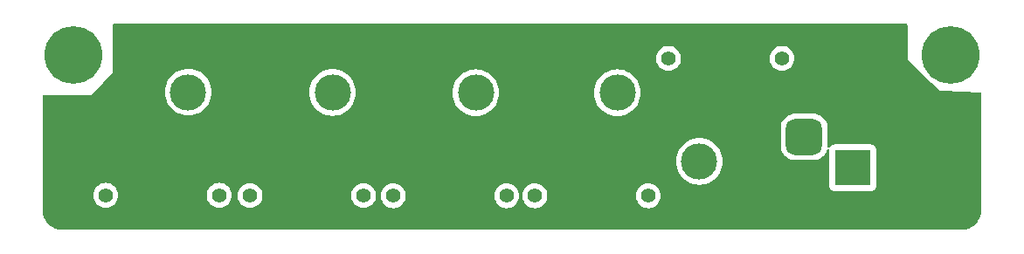
<source format=gbl>
%TF.GenerationSoftware,KiCad,Pcbnew,8.0.4-8.0.4-0~ubuntu22.04.1*%
%TF.CreationDate,2024-08-14T23:01:58+09:00*%
%TF.ProjectId,pdb,7064622e-6b69-4636-9164-5f7063625858,rev?*%
%TF.SameCoordinates,Original*%
%TF.FileFunction,Copper,L2,Bot*%
%TF.FilePolarity,Positive*%
%FSLAX46Y46*%
G04 Gerber Fmt 4.6, Leading zero omitted, Abs format (unit mm)*
G04 Created by KiCad (PCBNEW 8.0.4-8.0.4-0~ubuntu22.04.1) date 2024-08-14 23:01:58*
%MOMM*%
%LPD*%
G01*
G04 APERTURE LIST*
G04 Aperture macros list*
%AMRoundRect*
0 Rectangle with rounded corners*
0 $1 Rounding radius*
0 $2 $3 $4 $5 $6 $7 $8 $9 X,Y pos of 4 corners*
0 Add a 4 corners polygon primitive as box body*
4,1,4,$2,$3,$4,$5,$6,$7,$8,$9,$2,$3,0*
0 Add four circle primitives for the rounded corners*
1,1,$1+$1,$2,$3*
1,1,$1+$1,$4,$5*
1,1,$1+$1,$6,$7*
1,1,$1+$1,$8,$9*
0 Add four rect primitives between the rounded corners*
20,1,$1+$1,$2,$3,$4,$5,0*
20,1,$1+$1,$4,$5,$6,$7,0*
20,1,$1+$1,$6,$7,$8,$9,0*
20,1,$1+$1,$8,$9,$2,$3,0*%
G04 Aperture macros list end*
%TA.AperFunction,ComponentPad*%
%ADD10C,1.400000*%
%TD*%
%TA.AperFunction,ComponentPad*%
%ADD11R,3.500000X3.500000*%
%TD*%
%TA.AperFunction,ComponentPad*%
%ADD12C,3.500000*%
%TD*%
%TA.AperFunction,ComponentPad*%
%ADD13C,3.600000*%
%TD*%
%TA.AperFunction,ConnectorPad*%
%ADD14C,5.600000*%
%TD*%
%TA.AperFunction,ComponentPad*%
%ADD15RoundRect,0.750000X-1.000000X0.750000X-1.000000X-0.750000X1.000000X-0.750000X1.000000X0.750000X0*%
%TD*%
%TA.AperFunction,ComponentPad*%
%ADD16RoundRect,0.875000X-0.875000X0.875000X-0.875000X-0.875000X0.875000X-0.875000X0.875000X0.875000X0*%
%TD*%
G04 APERTURE END LIST*
D10*
%TO.P,J3,*%
%TO.N,*%
X132060000Y-103000000D03*
X121060000Y-103000000D03*
D11*
%TO.P,J3,1,Pin_1*%
%TO.N,GND*%
X124060000Y-93000000D03*
D12*
%TO.P,J3,2,Pin_2*%
%TO.N,+BATT*%
X129060000Y-93000000D03*
%TD*%
D13*
%TO.P,H2,1*%
%TO.N,N/C*%
X175068400Y-89306400D03*
D14*
X175068400Y-89306400D03*
%TD*%
D13*
%TO.P,H1,1*%
%TO.N,N/C*%
X90068400Y-89306400D03*
D14*
X90068400Y-89306400D03*
%TD*%
D10*
%TO.P,J4,*%
%TO.N,*%
X118180000Y-102970000D03*
X107180000Y-102970000D03*
D11*
%TO.P,J4,1,Pin_1*%
%TO.N,GND*%
X110180000Y-92970000D03*
D12*
%TO.P,J4,2,Pin_2*%
%TO.N,+BATT*%
X115180000Y-92970000D03*
%TD*%
D11*
%TO.P,J6,1*%
%TO.N,+BATT*%
X165587500Y-100275000D03*
D15*
%TO.P,J6,2*%
%TO.N,GND*%
X165587500Y-94275000D03*
D16*
%TO.P,J6,3*%
%TO.N,N/C*%
X160887500Y-97275000D03*
%TD*%
D10*
%TO.P,J1,*%
%TO.N,*%
X147730000Y-89665000D03*
X158730000Y-89665000D03*
D11*
%TO.P,J1,1,Pin_1*%
%TO.N,GND*%
X155730000Y-99665000D03*
D12*
%TO.P,J1,2,Pin_2*%
%TO.N,+BATT*%
X150730000Y-99665000D03*
%TD*%
D10*
%TO.P,J2,*%
%TO.N,*%
X145780000Y-103000000D03*
X134780000Y-103000000D03*
D11*
%TO.P,J2,1,Pin_1*%
%TO.N,GND*%
X137780000Y-93000000D03*
D12*
%TO.P,J2,2,Pin_2*%
%TO.N,+BATT*%
X142780000Y-93000000D03*
%TD*%
D10*
%TO.P,J5,*%
%TO.N,*%
X104200000Y-102940000D03*
X93200000Y-102940000D03*
D11*
%TO.P,J5,1,Pin_1*%
%TO.N,GND*%
X96200000Y-92940000D03*
D12*
%TO.P,J5,2,Pin_2*%
%TO.N,+BATT*%
X101200000Y-92940000D03*
%TD*%
%TA.AperFunction,Conductor*%
%TO.N,GND*%
G36*
X170833321Y-86326402D02*
G01*
X170879814Y-86380058D01*
X170891200Y-86432400D01*
X170891200Y-89865201D01*
X172367440Y-91224278D01*
X172386387Y-91246266D01*
X172430653Y-91311553D01*
X172430655Y-91311555D01*
X172430658Y-91311559D01*
X172505418Y-91399573D01*
X172662916Y-91584995D01*
X172923362Y-91831704D01*
X172923377Y-91831717D01*
X173208986Y-92048831D01*
X173350285Y-92133848D01*
X173354143Y-92136169D01*
X173374524Y-92151435D01*
X174091600Y-92811600D01*
X174091599Y-92811600D01*
X174298284Y-92819626D01*
X177947291Y-92961334D01*
X178014583Y-92983964D01*
X178058958Y-93039384D01*
X178068400Y-93087239D01*
X178068400Y-104305274D01*
X178068380Y-104307522D01*
X178065992Y-104441376D01*
X178064730Y-104457060D01*
X178026471Y-104723159D01*
X178022649Y-104740725D01*
X177947232Y-104997571D01*
X177940950Y-105014415D01*
X177829743Y-105257924D01*
X177821127Y-105273703D01*
X177676398Y-105498905D01*
X177665625Y-105513296D01*
X177490321Y-105715608D01*
X177477608Y-105728321D01*
X177275296Y-105903625D01*
X177260905Y-105914398D01*
X177035703Y-106059127D01*
X177019924Y-106067743D01*
X176776415Y-106178950D01*
X176759571Y-106185232D01*
X176502725Y-106260649D01*
X176485159Y-106264471D01*
X176219060Y-106302730D01*
X176203376Y-106303992D01*
X176071900Y-106306337D01*
X176069520Y-106306380D01*
X176067274Y-106306400D01*
X89069526Y-106306400D01*
X89067279Y-106306380D01*
X89064831Y-106306336D01*
X88933423Y-106303992D01*
X88917739Y-106302730D01*
X88651640Y-106264471D01*
X88634074Y-106260649D01*
X88377228Y-106185232D01*
X88360384Y-106178950D01*
X88116875Y-106067743D01*
X88101096Y-106059127D01*
X87875894Y-105914398D01*
X87861503Y-105903625D01*
X87659191Y-105728321D01*
X87646478Y-105715608D01*
X87471174Y-105513296D01*
X87460401Y-105498905D01*
X87315672Y-105273703D01*
X87307056Y-105257924D01*
X87195849Y-105014415D01*
X87189567Y-104997571D01*
X87114150Y-104740725D01*
X87110328Y-104723159D01*
X87072069Y-104457060D01*
X87070807Y-104441375D01*
X87068420Y-104307521D01*
X87068400Y-104305274D01*
X87068400Y-102940000D01*
X91986884Y-102940000D01*
X92005314Y-103150655D01*
X92021391Y-103210655D01*
X92060043Y-103354908D01*
X92060045Y-103354912D01*
X92149412Y-103546561D01*
X92270692Y-103719767D01*
X92270696Y-103719772D01*
X92270699Y-103719776D01*
X92420224Y-103869301D01*
X92420228Y-103869304D01*
X92420232Y-103869307D01*
X92593438Y-103990587D01*
X92593441Y-103990588D01*
X92593442Y-103990589D01*
X92785090Y-104079956D01*
X92989345Y-104134686D01*
X93200000Y-104153116D01*
X93410655Y-104134686D01*
X93614910Y-104079956D01*
X93806558Y-103990589D01*
X93979776Y-103869301D01*
X94129301Y-103719776D01*
X94250589Y-103546558D01*
X94339956Y-103354910D01*
X94394686Y-103150655D01*
X94413116Y-102940000D01*
X102986884Y-102940000D01*
X103005314Y-103150655D01*
X103021391Y-103210655D01*
X103060043Y-103354908D01*
X103060045Y-103354912D01*
X103149412Y-103546561D01*
X103270692Y-103719767D01*
X103270696Y-103719772D01*
X103270699Y-103719776D01*
X103420224Y-103869301D01*
X103420228Y-103869304D01*
X103420232Y-103869307D01*
X103593438Y-103990587D01*
X103593441Y-103990588D01*
X103593442Y-103990589D01*
X103785090Y-104079956D01*
X103989345Y-104134686D01*
X104200000Y-104153116D01*
X104410655Y-104134686D01*
X104614910Y-104079956D01*
X104806558Y-103990589D01*
X104979776Y-103869301D01*
X105129301Y-103719776D01*
X105250589Y-103546558D01*
X105339956Y-103354910D01*
X105394686Y-103150655D01*
X105410491Y-102970000D01*
X105966884Y-102970000D01*
X105985314Y-103180655D01*
X106014643Y-103290113D01*
X106040043Y-103384908D01*
X106040045Y-103384912D01*
X106129412Y-103576561D01*
X106250692Y-103749767D01*
X106250696Y-103749772D01*
X106250699Y-103749776D01*
X106400224Y-103899301D01*
X106400228Y-103899304D01*
X106400232Y-103899307D01*
X106573438Y-104020587D01*
X106573441Y-104020588D01*
X106573442Y-104020589D01*
X106765090Y-104109956D01*
X106969345Y-104164686D01*
X107180000Y-104183116D01*
X107390655Y-104164686D01*
X107594910Y-104109956D01*
X107786558Y-104020589D01*
X107959776Y-103899301D01*
X108109301Y-103749776D01*
X108230589Y-103576558D01*
X108319956Y-103384910D01*
X108374686Y-103180655D01*
X108393116Y-102970000D01*
X116966884Y-102970000D01*
X116985314Y-103180655D01*
X117014643Y-103290113D01*
X117040043Y-103384908D01*
X117040045Y-103384912D01*
X117129412Y-103576561D01*
X117250692Y-103749767D01*
X117250696Y-103749772D01*
X117250699Y-103749776D01*
X117400224Y-103899301D01*
X117400228Y-103899304D01*
X117400232Y-103899307D01*
X117573438Y-104020587D01*
X117573441Y-104020588D01*
X117573442Y-104020589D01*
X117765090Y-104109956D01*
X117969345Y-104164686D01*
X118180000Y-104183116D01*
X118390655Y-104164686D01*
X118594910Y-104109956D01*
X118786558Y-104020589D01*
X118959776Y-103899301D01*
X119109301Y-103749776D01*
X119230589Y-103576558D01*
X119319956Y-103384910D01*
X119374686Y-103180655D01*
X119390491Y-103000000D01*
X119846884Y-103000000D01*
X119865314Y-103210655D01*
X119894643Y-103320113D01*
X119920043Y-103414908D01*
X119920045Y-103414912D01*
X120009412Y-103606561D01*
X120130692Y-103779767D01*
X120130696Y-103779772D01*
X120130699Y-103779776D01*
X120280224Y-103929301D01*
X120280228Y-103929304D01*
X120280232Y-103929307D01*
X120453438Y-104050587D01*
X120453441Y-104050588D01*
X120453442Y-104050589D01*
X120645090Y-104139956D01*
X120849345Y-104194686D01*
X121060000Y-104213116D01*
X121270655Y-104194686D01*
X121474910Y-104139956D01*
X121666558Y-104050589D01*
X121839776Y-103929301D01*
X121989301Y-103779776D01*
X122110589Y-103606558D01*
X122199956Y-103414910D01*
X122254686Y-103210655D01*
X122273116Y-103000000D01*
X130846884Y-103000000D01*
X130865314Y-103210655D01*
X130894643Y-103320113D01*
X130920043Y-103414908D01*
X130920045Y-103414912D01*
X131009412Y-103606561D01*
X131130692Y-103779767D01*
X131130696Y-103779772D01*
X131130699Y-103779776D01*
X131280224Y-103929301D01*
X131280228Y-103929304D01*
X131280232Y-103929307D01*
X131453438Y-104050587D01*
X131453441Y-104050588D01*
X131453442Y-104050589D01*
X131645090Y-104139956D01*
X131849345Y-104194686D01*
X132060000Y-104213116D01*
X132270655Y-104194686D01*
X132474910Y-104139956D01*
X132666558Y-104050589D01*
X132839776Y-103929301D01*
X132989301Y-103779776D01*
X133110589Y-103606558D01*
X133199956Y-103414910D01*
X133254686Y-103210655D01*
X133273116Y-103000000D01*
X133566884Y-103000000D01*
X133585314Y-103210655D01*
X133614643Y-103320113D01*
X133640043Y-103414908D01*
X133640045Y-103414912D01*
X133729412Y-103606561D01*
X133850692Y-103779767D01*
X133850696Y-103779772D01*
X133850699Y-103779776D01*
X134000224Y-103929301D01*
X134000228Y-103929304D01*
X134000232Y-103929307D01*
X134173438Y-104050587D01*
X134173441Y-104050588D01*
X134173442Y-104050589D01*
X134365090Y-104139956D01*
X134569345Y-104194686D01*
X134780000Y-104213116D01*
X134990655Y-104194686D01*
X135194910Y-104139956D01*
X135386558Y-104050589D01*
X135559776Y-103929301D01*
X135709301Y-103779776D01*
X135830589Y-103606558D01*
X135919956Y-103414910D01*
X135974686Y-103210655D01*
X135993116Y-103000000D01*
X144566884Y-103000000D01*
X144585314Y-103210655D01*
X144614643Y-103320113D01*
X144640043Y-103414908D01*
X144640045Y-103414912D01*
X144729412Y-103606561D01*
X144850692Y-103779767D01*
X144850696Y-103779772D01*
X144850699Y-103779776D01*
X145000224Y-103929301D01*
X145000228Y-103929304D01*
X145000232Y-103929307D01*
X145173438Y-104050587D01*
X145173441Y-104050588D01*
X145173442Y-104050589D01*
X145365090Y-104139956D01*
X145569345Y-104194686D01*
X145780000Y-104213116D01*
X145990655Y-104194686D01*
X146194910Y-104139956D01*
X146386558Y-104050589D01*
X146559776Y-103929301D01*
X146709301Y-103779776D01*
X146830589Y-103606558D01*
X146919956Y-103414910D01*
X146974686Y-103210655D01*
X146993116Y-103000000D01*
X146974686Y-102789345D01*
X146919956Y-102585090D01*
X146830589Y-102393442D01*
X146830588Y-102393441D01*
X146830587Y-102393438D01*
X146709307Y-102220232D01*
X146709304Y-102220228D01*
X146709301Y-102220224D01*
X146559776Y-102070699D01*
X146559772Y-102070696D01*
X146559767Y-102070692D01*
X146386561Y-101949412D01*
X146194912Y-101860045D01*
X146194908Y-101860043D01*
X146082952Y-101830045D01*
X145990655Y-101805314D01*
X145780000Y-101786884D01*
X145569345Y-101805314D01*
X145514616Y-101819978D01*
X145365091Y-101860043D01*
X145365087Y-101860045D01*
X145173438Y-101949412D01*
X145000232Y-102070692D01*
X145000221Y-102070701D01*
X144850701Y-102220221D01*
X144850692Y-102220232D01*
X144729412Y-102393438D01*
X144640045Y-102585087D01*
X144640043Y-102585091D01*
X144601391Y-102729345D01*
X144585314Y-102789345D01*
X144566884Y-103000000D01*
X135993116Y-103000000D01*
X135974686Y-102789345D01*
X135919956Y-102585090D01*
X135830589Y-102393442D01*
X135830588Y-102393441D01*
X135830587Y-102393438D01*
X135709307Y-102220232D01*
X135709304Y-102220228D01*
X135709301Y-102220224D01*
X135559776Y-102070699D01*
X135559772Y-102070696D01*
X135559767Y-102070692D01*
X135386561Y-101949412D01*
X135194912Y-101860045D01*
X135194908Y-101860043D01*
X135082952Y-101830045D01*
X134990655Y-101805314D01*
X134780000Y-101786884D01*
X134569345Y-101805314D01*
X134514616Y-101819978D01*
X134365091Y-101860043D01*
X134365087Y-101860045D01*
X134173438Y-101949412D01*
X134000232Y-102070692D01*
X134000221Y-102070701D01*
X133850701Y-102220221D01*
X133850692Y-102220232D01*
X133729412Y-102393438D01*
X133640045Y-102585087D01*
X133640043Y-102585091D01*
X133601391Y-102729345D01*
X133585314Y-102789345D01*
X133566884Y-103000000D01*
X133273116Y-103000000D01*
X133254686Y-102789345D01*
X133199956Y-102585090D01*
X133110589Y-102393442D01*
X133110588Y-102393441D01*
X133110587Y-102393438D01*
X132989307Y-102220232D01*
X132989304Y-102220228D01*
X132989301Y-102220224D01*
X132839776Y-102070699D01*
X132839772Y-102070696D01*
X132839767Y-102070692D01*
X132666561Y-101949412D01*
X132474912Y-101860045D01*
X132474908Y-101860043D01*
X132362952Y-101830045D01*
X132270655Y-101805314D01*
X132060000Y-101786884D01*
X131849345Y-101805314D01*
X131794616Y-101819978D01*
X131645091Y-101860043D01*
X131645087Y-101860045D01*
X131453438Y-101949412D01*
X131280232Y-102070692D01*
X131280221Y-102070701D01*
X131130701Y-102220221D01*
X131130692Y-102220232D01*
X131009412Y-102393438D01*
X130920045Y-102585087D01*
X130920043Y-102585091D01*
X130881391Y-102729345D01*
X130865314Y-102789345D01*
X130846884Y-103000000D01*
X122273116Y-103000000D01*
X122254686Y-102789345D01*
X122199956Y-102585090D01*
X122110589Y-102393442D01*
X122110588Y-102393441D01*
X122110587Y-102393438D01*
X121989307Y-102220232D01*
X121989304Y-102220228D01*
X121989301Y-102220224D01*
X121839776Y-102070699D01*
X121839772Y-102070696D01*
X121839767Y-102070692D01*
X121666561Y-101949412D01*
X121474912Y-101860045D01*
X121474908Y-101860043D01*
X121362952Y-101830045D01*
X121270655Y-101805314D01*
X121060000Y-101786884D01*
X120849345Y-101805314D01*
X120794616Y-101819978D01*
X120645091Y-101860043D01*
X120645087Y-101860045D01*
X120453438Y-101949412D01*
X120280232Y-102070692D01*
X120280221Y-102070701D01*
X120130701Y-102220221D01*
X120130692Y-102220232D01*
X120009412Y-102393438D01*
X119920045Y-102585087D01*
X119920043Y-102585091D01*
X119881391Y-102729345D01*
X119865314Y-102789345D01*
X119846884Y-103000000D01*
X119390491Y-103000000D01*
X119393116Y-102970000D01*
X119374686Y-102759345D01*
X119319956Y-102555090D01*
X119230589Y-102363442D01*
X119230588Y-102363441D01*
X119230587Y-102363438D01*
X119109307Y-102190232D01*
X119109304Y-102190228D01*
X119109301Y-102190224D01*
X118959776Y-102040699D01*
X118959772Y-102040696D01*
X118959767Y-102040692D01*
X118786561Y-101919412D01*
X118594912Y-101830045D01*
X118594908Y-101830043D01*
X118482952Y-101800045D01*
X118390655Y-101775314D01*
X118180000Y-101756884D01*
X117969345Y-101775314D01*
X117926165Y-101786884D01*
X117765091Y-101830043D01*
X117765087Y-101830045D01*
X117573438Y-101919412D01*
X117400232Y-102040692D01*
X117400221Y-102040701D01*
X117250701Y-102190221D01*
X117250692Y-102190232D01*
X117129412Y-102363438D01*
X117040045Y-102555087D01*
X117040043Y-102555091D01*
X117032005Y-102585091D01*
X116985314Y-102759345D01*
X116966884Y-102970000D01*
X108393116Y-102970000D01*
X108374686Y-102759345D01*
X108319956Y-102555090D01*
X108230589Y-102363442D01*
X108230588Y-102363441D01*
X108230587Y-102363438D01*
X108109307Y-102190232D01*
X108109304Y-102190228D01*
X108109301Y-102190224D01*
X107959776Y-102040699D01*
X107959772Y-102040696D01*
X107959767Y-102040692D01*
X107786561Y-101919412D01*
X107594912Y-101830045D01*
X107594908Y-101830043D01*
X107482952Y-101800045D01*
X107390655Y-101775314D01*
X107180000Y-101756884D01*
X106969345Y-101775314D01*
X106926165Y-101786884D01*
X106765091Y-101830043D01*
X106765087Y-101830045D01*
X106573438Y-101919412D01*
X106400232Y-102040692D01*
X106400221Y-102040701D01*
X106250701Y-102190221D01*
X106250692Y-102190232D01*
X106129412Y-102363438D01*
X106040045Y-102555087D01*
X106040043Y-102555091D01*
X106032005Y-102585091D01*
X105985314Y-102759345D01*
X105966884Y-102970000D01*
X105410491Y-102970000D01*
X105413116Y-102940000D01*
X105394686Y-102729345D01*
X105339956Y-102525090D01*
X105250589Y-102333442D01*
X105250588Y-102333441D01*
X105250587Y-102333438D01*
X105129307Y-102160232D01*
X105129304Y-102160228D01*
X105129301Y-102160224D01*
X104979776Y-102010699D01*
X104979772Y-102010696D01*
X104979767Y-102010692D01*
X104806561Y-101889412D01*
X104642606Y-101812959D01*
X104614910Y-101800044D01*
X104614908Y-101800043D01*
X104520113Y-101774643D01*
X104410655Y-101745314D01*
X104200000Y-101726884D01*
X103989345Y-101745314D01*
X103949259Y-101756055D01*
X103785091Y-101800043D01*
X103785087Y-101800045D01*
X103593438Y-101889412D01*
X103420232Y-102010692D01*
X103420221Y-102010701D01*
X103270701Y-102160221D01*
X103270692Y-102160232D01*
X103149412Y-102333438D01*
X103060045Y-102525087D01*
X103060043Y-102525091D01*
X103019978Y-102674616D01*
X103005314Y-102729345D01*
X102986884Y-102940000D01*
X94413116Y-102940000D01*
X94394686Y-102729345D01*
X94339956Y-102525090D01*
X94250589Y-102333442D01*
X94250588Y-102333441D01*
X94250587Y-102333438D01*
X94129307Y-102160232D01*
X94129304Y-102160228D01*
X94129301Y-102160224D01*
X93979776Y-102010699D01*
X93979772Y-102010696D01*
X93979767Y-102010692D01*
X93806561Y-101889412D01*
X93642606Y-101812959D01*
X93614910Y-101800044D01*
X93614908Y-101800043D01*
X93520113Y-101774643D01*
X93410655Y-101745314D01*
X93200000Y-101726884D01*
X92989345Y-101745314D01*
X92949259Y-101756055D01*
X92785091Y-101800043D01*
X92785087Y-101800045D01*
X92593438Y-101889412D01*
X92420232Y-102010692D01*
X92420221Y-102010701D01*
X92270701Y-102160221D01*
X92270692Y-102160232D01*
X92149412Y-102333438D01*
X92060045Y-102525087D01*
X92060043Y-102525091D01*
X92019978Y-102674616D01*
X92005314Y-102729345D01*
X91986884Y-102940000D01*
X87068400Y-102940000D01*
X87068400Y-99664996D01*
X148466654Y-99664996D01*
X148466654Y-99665003D01*
X148486016Y-99960421D01*
X148486018Y-99960435D01*
X148543776Y-100250795D01*
X148543778Y-100250805D01*
X148638938Y-100531137D01*
X148638944Y-100531151D01*
X148769883Y-100796670D01*
X148934359Y-101042827D01*
X148934361Y-101042830D01*
X148934367Y-101042838D01*
X149129573Y-101265427D01*
X149352162Y-101460633D01*
X149598327Y-101625115D01*
X149863855Y-101756059D01*
X150144203Y-101851224D01*
X150434574Y-101908983D01*
X150593677Y-101919411D01*
X150729997Y-101928346D01*
X150730000Y-101928346D01*
X150730003Y-101928346D01*
X150866323Y-101919411D01*
X151025426Y-101908983D01*
X151315797Y-101851224D01*
X151596145Y-101756059D01*
X151861673Y-101625115D01*
X152107838Y-101460633D01*
X152330427Y-101265427D01*
X152525633Y-101042838D01*
X152690115Y-100796673D01*
X152821059Y-100531145D01*
X152916224Y-100250797D01*
X152973983Y-99960426D01*
X152993346Y-99665000D01*
X152973983Y-99369574D01*
X152916224Y-99079203D01*
X152821059Y-98798855D01*
X152690115Y-98533327D01*
X152568594Y-98351458D01*
X152525640Y-98287172D01*
X152525638Y-98287170D01*
X152525633Y-98287162D01*
X152330427Y-98064573D01*
X152107838Y-97869367D01*
X152107830Y-97869361D01*
X152107827Y-97869359D01*
X151861670Y-97704883D01*
X151596151Y-97573944D01*
X151596145Y-97573941D01*
X151596140Y-97573939D01*
X151596137Y-97573938D01*
X151315805Y-97478778D01*
X151315799Y-97478776D01*
X151315797Y-97478776D01*
X151218566Y-97459435D01*
X151025435Y-97421018D01*
X151025421Y-97421016D01*
X150730003Y-97401654D01*
X150729997Y-97401654D01*
X150434578Y-97421016D01*
X150434564Y-97421018D01*
X150192818Y-97469105D01*
X150144203Y-97478776D01*
X150144201Y-97478776D01*
X150144194Y-97478778D01*
X149863862Y-97573938D01*
X149863848Y-97573944D01*
X149598329Y-97704883D01*
X149352172Y-97869359D01*
X149352165Y-97869364D01*
X149352162Y-97869367D01*
X149129573Y-98064573D01*
X148934367Y-98287162D01*
X148934364Y-98287165D01*
X148934359Y-98287172D01*
X148769883Y-98533329D01*
X148638944Y-98798848D01*
X148638938Y-98798862D01*
X148543778Y-99079194D01*
X148543776Y-99079204D01*
X148486018Y-99369564D01*
X148486016Y-99369578D01*
X148466654Y-99664996D01*
X87068400Y-99664996D01*
X87068400Y-96305829D01*
X158629000Y-96305829D01*
X158629000Y-96305840D01*
X158629000Y-96305841D01*
X158629000Y-98244159D01*
X158629001Y-98244170D01*
X158631811Y-98297092D01*
X158670635Y-98497836D01*
X158676531Y-98528317D01*
X158759682Y-98748652D01*
X158759684Y-98748657D01*
X158878873Y-98951766D01*
X159030680Y-99131819D01*
X159210733Y-99283626D01*
X159413842Y-99402815D01*
X159413844Y-99402816D01*
X159413848Y-99402818D01*
X159634186Y-99485970D01*
X159865408Y-99530689D01*
X159918329Y-99533500D01*
X161856670Y-99533499D01*
X161909592Y-99530689D01*
X162140814Y-99485970D01*
X162361152Y-99402818D01*
X162564268Y-99283625D01*
X162744319Y-99131819D01*
X162896125Y-98951768D01*
X163015318Y-98748652D01*
X163085115Y-98563701D01*
X163127881Y-98507031D01*
X163194497Y-98482477D01*
X163263812Y-98497836D01*
X163313820Y-98548232D01*
X163329000Y-98608190D01*
X163329000Y-102073649D01*
X163335509Y-102134196D01*
X163335511Y-102134204D01*
X163386610Y-102271202D01*
X163386612Y-102271207D01*
X163474238Y-102388261D01*
X163591292Y-102475887D01*
X163591294Y-102475888D01*
X163591296Y-102475889D01*
X163650375Y-102497924D01*
X163728295Y-102526988D01*
X163728303Y-102526990D01*
X163788850Y-102533499D01*
X163788855Y-102533499D01*
X163788862Y-102533500D01*
X163788868Y-102533500D01*
X167386132Y-102533500D01*
X167386138Y-102533500D01*
X167386145Y-102533499D01*
X167386149Y-102533499D01*
X167446696Y-102526990D01*
X167446699Y-102526989D01*
X167446701Y-102526989D01*
X167451793Y-102525090D01*
X167465545Y-102519960D01*
X167583704Y-102475889D01*
X167700761Y-102388261D01*
X167788389Y-102271204D01*
X167839489Y-102134201D01*
X167846000Y-102073638D01*
X167846000Y-98476362D01*
X167845999Y-98476350D01*
X167839490Y-98415803D01*
X167839488Y-98415795D01*
X167795213Y-98297092D01*
X167788389Y-98278796D01*
X167788388Y-98278794D01*
X167788387Y-98278792D01*
X167700761Y-98161738D01*
X167583707Y-98074112D01*
X167583702Y-98074110D01*
X167446704Y-98023011D01*
X167446696Y-98023009D01*
X167386149Y-98016500D01*
X167386138Y-98016500D01*
X163788862Y-98016500D01*
X163788850Y-98016500D01*
X163728303Y-98023009D01*
X163728295Y-98023011D01*
X163591297Y-98074110D01*
X163591292Y-98074112D01*
X163474238Y-98161738D01*
X163386611Y-98278794D01*
X163382585Y-98286168D01*
X163332381Y-98336368D01*
X163263007Y-98351458D01*
X163196487Y-98326645D01*
X163153942Y-98269808D01*
X163145999Y-98225784D01*
X163145999Y-96305830D01*
X163143189Y-96252908D01*
X163098470Y-96021686D01*
X163015318Y-95801348D01*
X163015316Y-95801344D01*
X163015315Y-95801342D01*
X162896126Y-95598233D01*
X162744319Y-95418180D01*
X162564266Y-95266373D01*
X162361157Y-95147184D01*
X162361152Y-95147182D01*
X162140818Y-95064031D01*
X162140815Y-95064030D01*
X162140814Y-95064030D01*
X161909592Y-95019311D01*
X161856671Y-95016500D01*
X161856658Y-95016500D01*
X159918340Y-95016500D01*
X159878829Y-95018598D01*
X159865408Y-95019311D01*
X159865407Y-95019311D01*
X159804685Y-95031055D01*
X159634186Y-95064030D01*
X159634184Y-95064030D01*
X159634182Y-95064031D01*
X159413847Y-95147182D01*
X159413842Y-95147184D01*
X159210733Y-95266373D01*
X159030680Y-95418180D01*
X158878873Y-95598233D01*
X158759684Y-95801342D01*
X158759682Y-95801347D01*
X158676531Y-96021681D01*
X158676530Y-96021685D01*
X158676530Y-96021686D01*
X158631811Y-96252908D01*
X158629000Y-96305829D01*
X87068400Y-96305829D01*
X87068400Y-93351802D01*
X87088402Y-93283681D01*
X87142058Y-93237188D01*
X87195575Y-93225808D01*
X91724406Y-93268134D01*
X91795599Y-93268800D01*
X91795599Y-93268799D01*
X91795600Y-93268800D01*
X92101986Y-92939996D01*
X98936654Y-92939996D01*
X98936654Y-92940003D01*
X98956016Y-93235421D01*
X98956018Y-93235435D01*
X99013776Y-93525795D01*
X99013778Y-93525805D01*
X99108938Y-93806137D01*
X99108944Y-93806151D01*
X99239883Y-94071670D01*
X99404359Y-94317827D01*
X99404361Y-94317830D01*
X99404367Y-94317838D01*
X99599573Y-94540427D01*
X99822162Y-94735633D01*
X99822170Y-94735638D01*
X99822172Y-94735640D01*
X99911958Y-94795633D01*
X100068327Y-94900115D01*
X100333855Y-95031059D01*
X100614203Y-95126224D01*
X100904574Y-95183983D01*
X101073388Y-95195047D01*
X101199997Y-95203346D01*
X101200000Y-95203346D01*
X101200003Y-95203346D01*
X101310784Y-95196084D01*
X101495426Y-95183983D01*
X101785797Y-95126224D01*
X102066145Y-95031059D01*
X102331673Y-94900115D01*
X102577838Y-94735633D01*
X102800427Y-94540427D01*
X102995633Y-94317838D01*
X103160115Y-94071673D01*
X103291059Y-93806145D01*
X103386224Y-93525797D01*
X103443983Y-93235426D01*
X103459413Y-93000003D01*
X103461380Y-92969996D01*
X112916654Y-92969996D01*
X112916654Y-92970003D01*
X112936016Y-93265421D01*
X112936018Y-93265435D01*
X112993776Y-93555795D01*
X112993778Y-93555805D01*
X113088938Y-93836137D01*
X113088944Y-93836151D01*
X113219883Y-94101670D01*
X113384359Y-94347827D01*
X113384361Y-94347830D01*
X113384367Y-94347838D01*
X113579573Y-94570427D01*
X113802162Y-94765633D01*
X113802170Y-94765638D01*
X113802172Y-94765640D01*
X113921840Y-94845599D01*
X114048327Y-94930115D01*
X114313855Y-95061059D01*
X114594203Y-95156224D01*
X114884574Y-95213983D01*
X115053388Y-95225047D01*
X115179997Y-95233346D01*
X115180000Y-95233346D01*
X115180003Y-95233346D01*
X115290784Y-95226084D01*
X115475426Y-95213983D01*
X115765797Y-95156224D01*
X116046145Y-95061059D01*
X116311673Y-94930115D01*
X116557838Y-94765633D01*
X116780427Y-94570427D01*
X116975633Y-94347838D01*
X117140115Y-94101673D01*
X117271059Y-93836145D01*
X117366224Y-93555797D01*
X117423983Y-93265426D01*
X117441380Y-92999996D01*
X126796654Y-92999996D01*
X126796654Y-93000003D01*
X126816016Y-93295421D01*
X126816018Y-93295435D01*
X126873776Y-93585795D01*
X126873778Y-93585805D01*
X126968938Y-93866137D01*
X126968944Y-93866151D01*
X127099883Y-94131670D01*
X127264359Y-94377827D01*
X127264361Y-94377830D01*
X127264367Y-94377838D01*
X127459573Y-94600427D01*
X127682162Y-94795633D01*
X127928327Y-94960115D01*
X128193855Y-95091059D01*
X128474203Y-95186224D01*
X128764574Y-95243983D01*
X128933388Y-95255047D01*
X129059997Y-95263346D01*
X129060000Y-95263346D01*
X129060003Y-95263346D01*
X129170784Y-95256084D01*
X129355426Y-95243983D01*
X129645797Y-95186224D01*
X129926145Y-95091059D01*
X130191673Y-94960115D01*
X130437838Y-94795633D01*
X130660427Y-94600427D01*
X130855633Y-94377838D01*
X131020115Y-94131673D01*
X131151059Y-93866145D01*
X131246224Y-93585797D01*
X131303983Y-93295426D01*
X131323346Y-93000000D01*
X131323346Y-92999996D01*
X140516654Y-92999996D01*
X140516654Y-93000003D01*
X140536016Y-93295421D01*
X140536018Y-93295435D01*
X140593776Y-93585795D01*
X140593778Y-93585805D01*
X140688938Y-93866137D01*
X140688944Y-93866151D01*
X140819883Y-94131670D01*
X140984359Y-94377827D01*
X140984361Y-94377830D01*
X140984367Y-94377838D01*
X141179573Y-94600427D01*
X141402162Y-94795633D01*
X141648327Y-94960115D01*
X141913855Y-95091059D01*
X142194203Y-95186224D01*
X142484574Y-95243983D01*
X142653388Y-95255047D01*
X142779997Y-95263346D01*
X142780000Y-95263346D01*
X142780003Y-95263346D01*
X142890784Y-95256084D01*
X143075426Y-95243983D01*
X143365797Y-95186224D01*
X143646145Y-95091059D01*
X143911673Y-94960115D01*
X144157838Y-94795633D01*
X144380427Y-94600427D01*
X144575633Y-94377838D01*
X144740115Y-94131673D01*
X144871059Y-93866145D01*
X144966224Y-93585797D01*
X145023983Y-93295426D01*
X145043346Y-93000000D01*
X145041379Y-92969996D01*
X145023983Y-92704578D01*
X145023983Y-92704574D01*
X144966224Y-92414203D01*
X144871059Y-92133855D01*
X144740115Y-91868327D01*
X144575633Y-91622162D01*
X144380427Y-91399573D01*
X144157838Y-91204367D01*
X144157830Y-91204361D01*
X144157827Y-91204359D01*
X143911670Y-91039883D01*
X143646151Y-90908944D01*
X143646145Y-90908941D01*
X143646140Y-90908939D01*
X143646137Y-90908938D01*
X143365805Y-90813778D01*
X143365799Y-90813776D01*
X143365797Y-90813776D01*
X143268566Y-90794435D01*
X143075435Y-90756018D01*
X143075421Y-90756016D01*
X142780003Y-90736654D01*
X142779997Y-90736654D01*
X142484578Y-90756016D01*
X142484564Y-90756018D01*
X142242818Y-90804105D01*
X142194203Y-90813776D01*
X142194201Y-90813776D01*
X142194194Y-90813778D01*
X141913862Y-90908938D01*
X141913848Y-90908944D01*
X141648329Y-91039883D01*
X141402172Y-91204359D01*
X141402165Y-91204364D01*
X141402162Y-91204367D01*
X141179573Y-91399573D01*
X140984367Y-91622162D01*
X140984364Y-91622165D01*
X140984359Y-91622172D01*
X140819883Y-91868329D01*
X140688944Y-92133848D01*
X140688938Y-92133862D01*
X140593778Y-92414194D01*
X140593776Y-92414204D01*
X140536018Y-92704564D01*
X140536016Y-92704578D01*
X140516654Y-92999996D01*
X131323346Y-92999996D01*
X131321379Y-92969996D01*
X131303983Y-92704578D01*
X131303983Y-92704574D01*
X131246224Y-92414203D01*
X131151059Y-92133855D01*
X131020115Y-91868327D01*
X130855633Y-91622162D01*
X130660427Y-91399573D01*
X130437838Y-91204367D01*
X130437830Y-91204361D01*
X130437827Y-91204359D01*
X130191670Y-91039883D01*
X129926151Y-90908944D01*
X129926145Y-90908941D01*
X129926140Y-90908939D01*
X129926137Y-90908938D01*
X129645805Y-90813778D01*
X129645799Y-90813776D01*
X129645797Y-90813776D01*
X129548566Y-90794435D01*
X129355435Y-90756018D01*
X129355421Y-90756016D01*
X129060003Y-90736654D01*
X129059997Y-90736654D01*
X128764578Y-90756016D01*
X128764564Y-90756018D01*
X128522818Y-90804105D01*
X128474203Y-90813776D01*
X128474201Y-90813776D01*
X128474194Y-90813778D01*
X128193862Y-90908938D01*
X128193848Y-90908944D01*
X127928329Y-91039883D01*
X127682172Y-91204359D01*
X127682165Y-91204364D01*
X127682162Y-91204367D01*
X127459573Y-91399573D01*
X127264367Y-91622162D01*
X127264364Y-91622165D01*
X127264359Y-91622172D01*
X127099883Y-91868329D01*
X126968944Y-92133848D01*
X126968938Y-92133862D01*
X126873778Y-92414194D01*
X126873776Y-92414204D01*
X126816018Y-92704564D01*
X126816016Y-92704578D01*
X126796654Y-92999996D01*
X117441380Y-92999996D01*
X117443346Y-92970000D01*
X117441379Y-92939996D01*
X117432964Y-92811600D01*
X117423983Y-92674574D01*
X117366224Y-92384203D01*
X117271059Y-92103855D01*
X117140115Y-91838327D01*
X116995685Y-91622172D01*
X116975640Y-91592172D01*
X116975638Y-91592170D01*
X116975633Y-91592162D01*
X116780427Y-91369573D01*
X116557838Y-91174367D01*
X116557830Y-91174361D01*
X116557827Y-91174359D01*
X116311670Y-91009883D01*
X116046151Y-90878944D01*
X116046145Y-90878941D01*
X116046140Y-90878939D01*
X116046137Y-90878938D01*
X115765805Y-90783778D01*
X115765799Y-90783776D01*
X115765797Y-90783776D01*
X115626240Y-90756016D01*
X115475435Y-90726018D01*
X115475421Y-90726016D01*
X115180003Y-90706654D01*
X115179997Y-90706654D01*
X114884578Y-90726016D01*
X114884564Y-90726018D01*
X114642818Y-90774105D01*
X114594203Y-90783776D01*
X114594201Y-90783776D01*
X114594194Y-90783778D01*
X114313862Y-90878938D01*
X114313848Y-90878944D01*
X114048329Y-91009883D01*
X113802172Y-91174359D01*
X113802165Y-91174364D01*
X113802162Y-91174367D01*
X113579573Y-91369573D01*
X113384367Y-91592162D01*
X113384364Y-91592165D01*
X113384359Y-91592172D01*
X113219883Y-91838329D01*
X113088944Y-92103848D01*
X113088938Y-92103862D01*
X112993778Y-92384194D01*
X112993776Y-92384204D01*
X112936018Y-92674564D01*
X112936016Y-92674578D01*
X112916654Y-92969996D01*
X103461380Y-92969996D01*
X103463346Y-92940003D01*
X103463346Y-92939996D01*
X103447916Y-92704578D01*
X103443983Y-92644574D01*
X103386224Y-92354203D01*
X103291059Y-92073855D01*
X103160115Y-91808327D01*
X103075599Y-91681840D01*
X102995640Y-91562172D01*
X102995638Y-91562170D01*
X102995633Y-91562162D01*
X102800427Y-91339573D01*
X102577838Y-91144367D01*
X102577830Y-91144361D01*
X102577827Y-91144359D01*
X102331670Y-90979883D01*
X102066151Y-90848944D01*
X102066145Y-90848941D01*
X102066140Y-90848939D01*
X102066137Y-90848938D01*
X101785805Y-90753778D01*
X101785799Y-90753776D01*
X101785797Y-90753776D01*
X101646240Y-90726016D01*
X101495435Y-90696018D01*
X101495421Y-90696016D01*
X101200003Y-90676654D01*
X101199997Y-90676654D01*
X100904578Y-90696016D01*
X100904564Y-90696018D01*
X100662818Y-90744105D01*
X100614203Y-90753776D01*
X100614201Y-90753776D01*
X100614194Y-90753778D01*
X100333862Y-90848938D01*
X100333848Y-90848944D01*
X100068329Y-90979883D01*
X99822172Y-91144359D01*
X99822165Y-91144364D01*
X99822162Y-91144367D01*
X99599573Y-91339573D01*
X99404367Y-91562162D01*
X99404364Y-91562165D01*
X99404359Y-91562172D01*
X99239883Y-91808329D01*
X99108944Y-92073848D01*
X99108938Y-92073862D01*
X99013778Y-92354194D01*
X99013776Y-92354204D01*
X98956018Y-92644564D01*
X98956016Y-92644578D01*
X98936654Y-92939996D01*
X92101986Y-92939996D01*
X93878400Y-91033600D01*
X93878400Y-89665000D01*
X146516884Y-89665000D01*
X146535314Y-89875655D01*
X146564643Y-89985113D01*
X146590043Y-90079908D01*
X146590045Y-90079912D01*
X146679412Y-90271561D01*
X146800692Y-90444767D01*
X146800696Y-90444772D01*
X146800699Y-90444776D01*
X146950224Y-90594301D01*
X146950228Y-90594304D01*
X146950232Y-90594307D01*
X147123438Y-90715587D01*
X147123441Y-90715588D01*
X147123442Y-90715589D01*
X147315090Y-90804956D01*
X147519345Y-90859686D01*
X147730000Y-90878116D01*
X147940655Y-90859686D01*
X148144910Y-90804956D01*
X148336558Y-90715589D01*
X148509776Y-90594301D01*
X148659301Y-90444776D01*
X148780589Y-90271558D01*
X148869956Y-90079910D01*
X148924686Y-89875655D01*
X148943116Y-89665000D01*
X157516884Y-89665000D01*
X157535314Y-89875655D01*
X157564643Y-89985113D01*
X157590043Y-90079908D01*
X157590045Y-90079912D01*
X157679412Y-90271561D01*
X157800692Y-90444767D01*
X157800696Y-90444772D01*
X157800699Y-90444776D01*
X157950224Y-90594301D01*
X157950228Y-90594304D01*
X157950232Y-90594307D01*
X158123438Y-90715587D01*
X158123441Y-90715588D01*
X158123442Y-90715589D01*
X158315090Y-90804956D01*
X158519345Y-90859686D01*
X158730000Y-90878116D01*
X158940655Y-90859686D01*
X159144910Y-90804956D01*
X159336558Y-90715589D01*
X159509776Y-90594301D01*
X159659301Y-90444776D01*
X159780589Y-90271558D01*
X159869956Y-90079910D01*
X159924686Y-89875655D01*
X159943116Y-89665000D01*
X159924686Y-89454345D01*
X159869956Y-89250090D01*
X159780589Y-89058442D01*
X159780588Y-89058441D01*
X159780587Y-89058438D01*
X159659307Y-88885232D01*
X159659304Y-88885228D01*
X159659301Y-88885224D01*
X159509776Y-88735699D01*
X159509772Y-88735696D01*
X159509767Y-88735692D01*
X159336561Y-88614412D01*
X159144912Y-88525045D01*
X159144908Y-88525043D01*
X159050113Y-88499643D01*
X158940655Y-88470314D01*
X158730000Y-88451884D01*
X158519345Y-88470314D01*
X158464616Y-88484978D01*
X158315091Y-88525043D01*
X158315087Y-88525045D01*
X158123438Y-88614412D01*
X157950232Y-88735692D01*
X157950221Y-88735701D01*
X157800701Y-88885221D01*
X157800692Y-88885232D01*
X157679412Y-89058438D01*
X157590045Y-89250087D01*
X157590043Y-89250091D01*
X157549978Y-89399616D01*
X157535314Y-89454345D01*
X157516884Y-89665000D01*
X148943116Y-89665000D01*
X148924686Y-89454345D01*
X148869956Y-89250090D01*
X148780589Y-89058442D01*
X148780588Y-89058441D01*
X148780587Y-89058438D01*
X148659307Y-88885232D01*
X148659304Y-88885228D01*
X148659301Y-88885224D01*
X148509776Y-88735699D01*
X148509772Y-88735696D01*
X148509767Y-88735692D01*
X148336561Y-88614412D01*
X148144912Y-88525045D01*
X148144908Y-88525043D01*
X148050113Y-88499643D01*
X147940655Y-88470314D01*
X147730000Y-88451884D01*
X147519345Y-88470314D01*
X147464616Y-88484978D01*
X147315091Y-88525043D01*
X147315087Y-88525045D01*
X147123438Y-88614412D01*
X146950232Y-88735692D01*
X146950221Y-88735701D01*
X146800701Y-88885221D01*
X146800692Y-88885232D01*
X146679412Y-89058438D01*
X146590045Y-89250087D01*
X146590043Y-89250091D01*
X146549978Y-89399616D01*
X146535314Y-89454345D01*
X146516884Y-89665000D01*
X93878400Y-89665000D01*
X93878400Y-86432400D01*
X93898402Y-86364279D01*
X93952058Y-86317786D01*
X94004400Y-86306400D01*
X170765200Y-86306400D01*
X170833321Y-86326402D01*
G37*
%TD.AperFunction*%
%TD*%
M02*

</source>
